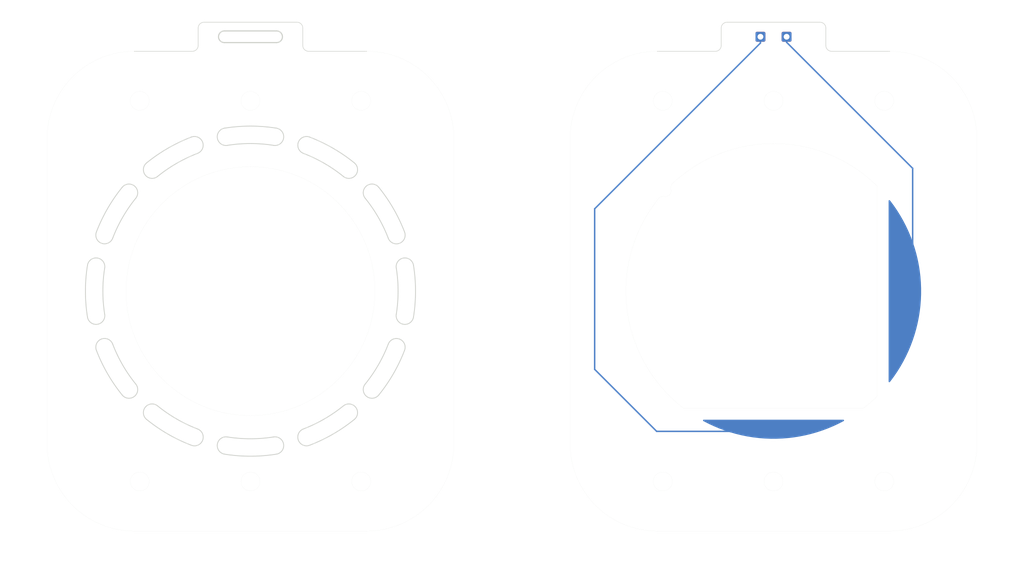
<source format=kicad_pcb>
(kicad_pcb (version 20221018) (generator pcbnew)
  (layers (0 "F.Cu" signal) (31 "B.Cu" signal) (34 "B.Paste" user) (35 "F.Paste" user) (36 "B.SilkS" user "B.Silkscreen") (37 "F.SilkS" user "F.Silkscreen") (38 "B.Mask" user) (39 "F.Mask" user) (44 "Edge.Cuts" user))
  (net 0 "")
  (footprint "" (layer "F.Cu") (at 167.250167 36.225194)
    (fp_text reference "" (at 0 0) (layer "F.SilkS") (effects (font (size 1.27 1.27))))
    (fp_text value "" (at 0 0) (layer "F.SilkS") (effects (font (size 1.27 1.27))))
    (pad "1" thru_hole roundrect (at 0 0) (size 1.7 1.7) (drill 1) (layers "*.Cu" "*.Mask") (roundrect_rratio 0.147059))
  )
  (footprint "" (layer "F.Cu") (at 162.750167 36.225194)
    (fp_text reference "" (at 0 0) (layer "F.SilkS") (effects (font (size 1.27 1.27))))
    (fp_text value "" (at 0 0) (layer "F.SilkS") (effects (font (size 1.27 1.27))))
    (pad "1" thru_hole roundrect (at 0 0) (size 1.7 1.7) (drill 1) (layers "*.Cu" "*.Mask") (roundrect_rratio 0.147059))
  )
  (gr_arc (start 147.34247 62.465493) (mid 147.345487 61.930911) (end 147.623454 61.47427) (stroke (width 0.01)) (layer "Edge.Cuts"))
  (gr_arc (start 55.260498 95.984749) (mid 55.038769 98.09446) (end 52.929062 97.87271) (stroke (width 0.15)) (layer "Edge.Cuts"))
  (gr_line (start 66 37.724987) (end 66 34.724987) (stroke (width 0.1)) (layer "Edge.Cuts"))
  (gr_arc (start 94.739502 64.015251) (mid 94.961231 61.90554) (end 97.070938 62.12729) (stroke (width 0.15)) (layer "Edge.Cuts"))
  (gr_arc (start 79.5 35.224987) (mid 80.5 36.224987) (end 79.5 37.224987) (stroke (width 0.2)) (layer "Edge.Cuts"))
  (gr_arc (start 92.872688 57.929048) (mid 93.09442 60.038743) (end 90.984726 60.260486) (stroke (width 0.15)) (layer "Edge.Cuts"))
  (gr_arc (start 70.5 37.224987) (mid 69.5 36.224987) (end 70.5 35.224987) (stroke (width 0.2)) (layer "Edge.Cuts"))
  (gr_line (start 145.000167 121.275194) (end 185.000167 121.275194) (stroke (width 0.01)) (layer "Edge.Cuts"))
  (gr_arc (start 49.912715 83.973448) (mid 48.665837 85.689646) (end 46.949652 84.442752) (stroke (width 0.15)) (layer "Edge.Cuts"))
  (gr_arc (start 65.897464 103.71295) (mid 66.760297 105.650877) (end 64.822362 106.51369) (stroke (width 0.15)) (layer "Edge.Cuts"))
  (gr_line (start 55 121.274987) (end 95 121.274987) (stroke (width 0.01)) (layer "Edge.Cuts"))
  (gr_arc (start 85.177639 53.486309) (mid 89.199989 55.404872) (end 92.872688 57.929048) (stroke (width 0.15)) (layer "Edge.Cuts"))
  (gr_arc (start 57.127312 102.070952) (mid 56.90558 99.961257) (end 59.015274 99.739514) (stroke (width 0.15)) (layer "Edge.Cuts"))
  (gr_arc (start 48.486322 90.177661) (mid 49.349144 88.239745) (end 51.287064 89.102558) (stroke (width 0.15)) (layer "Edge.Cuts"))
  (gr_arc (start 175.000167 38.725194) (mid 174.29306 38.432301) (end 174.000167 37.725194) (stroke (width 0.1)) (layer "Edge.Cuts"))
  (gr_arc (start 173.000167 33.725194) (mid 173.707274 34.018087) (end 174.000167 34.725194) (stroke (width 0.1)) (layer "Edge.Cuts"))
  (gr_line (start 174.000167 34.725194) (end 174.000167 37.725194) (stroke (width 0.1)) (layer "Edge.Cuts"))
  (gr_arc (start 145.221417 64.064039) (mid 145.655887 63.752551) (end 146.188735 63.709398) (stroke (width 0.01)) (layer "Edge.Cuts"))
  (gr_arc (start 59.015251 60.260499) (mid 62.299988 58.002962) (end 65.897442 56.287064) (stroke (width 0.15)) (layer "Edge.Cuts"))
  (gr_arc (start 65.897465 103.712949) (mid 62.300011 101.997052) (end 59.015274 99.739514) (stroke (width 0.15)) (layer "Edge.Cuts"))
  (gr_arc (start 84.102535 56.287051) (mid 87.699989 58.002948) (end 90.984726 60.260486) (stroke (width 0.15)) (layer "Edge.Cuts"))
  (gr_arc (start 55 121.274987) (mid 44.393399 116.881589) (end 40 106.274987) (stroke (width 0.01)) (layer "Edge.Cuts"))
  (gr_arc (start 51.287051 70.897465) (mid 53.002948 67.300011) (end 55.260486 64.015274) (stroke (width 0.15)) (layer "Edge.Cuts"))
  (gr_arc (start 200.000167 106.275194) (mid 195.606767 116.881792) (end 185.000167 121.275194) (stroke (width 0.01)) (layer "Edge.Cuts"))
  (gr_circle (center 184.050167 112.750194) (end 185.682117 112.750194) (stroke (width 0.01)) (fill none) (layer "Edge.Cuts"))
  (gr_arc (start 147.34247 62.465493) (mid 147.110544 63.407382) (end 146.188735 63.709398) (stroke (width 0.01)) (layer "Edge.Cuts"))
  (gr_arc (start 156.000167 37.725194) (mid 155.707274 38.432301) (end 155.000167 38.725194) (stroke (width 0.1)) (layer "Edge.Cuts"))
  (gr_arc (start 100.087285 76.026552) (mid 101.334163 74.310354) (end 103.050348 75.557248) (stroke (width 0.15)) (layer "Edge.Cuts"))
  (gr_arc (start 156.000167 34.725194) (mid 156.29306 34.018087) (end 157.000167 33.725194) (stroke (width 0.1)) (layer "Edge.Cuts"))
  (gr_arc (start 110 106.274987) (mid 105.606603 116.881589) (end 95 121.274987) (stroke (width 0.01)) (layer "Edge.Cuts"))
  (gr_arc (start 40 53.724987) (mid 44.393398 43.118386) (end 55 38.724987) (stroke (width 0.01)) (layer "Edge.Cuts"))
  (gr_line (start 157.000167 33.725194) (end 173.000167 33.725194) (stroke (width 0.1)) (layer "Edge.Cuts"))
  (gr_arc (start 70.557274 108.050349) (mid 69.310401 106.334166) (end 71.026578 105.087284) (stroke (width 0.15)) (layer "Edge.Cuts"))
  (gr_arc (start 51.28705 70.897464) (mid 49.349123 71.760297) (end 48.48631 69.822362) (stroke (width 0.15)) (layer "Edge.Cuts"))
  (gr_arc (start 149.490597 100.115194) (mid 139.776412 82.987193) (end 145.221417 64.064039) (stroke (width 0.01)) (layer "Edge.Cuts"))
  (gr_arc (start 79.442752 108.050349) (mid 75.000013 108.4) (end 70.557274 108.050349) (stroke (width 0.15)) (layer "Edge.Cuts"))
  (gr_arc (start 52.929048 62.127312) (mid 55.038743 61.90558) (end 55.260486 64.015274) (stroke (width 0.15)) (layer "Edge.Cuts"))
  (gr_arc (start 78.973448 105.087284) (mid 75.000013 105.4) (end 71.026578 105.087284) (stroke (width 0.15)) (layer "Edge.Cuts"))
  (gr_arc (start 57.12729 57.929061) (mid 60.799989 55.404885) (end 64.822339 53.486322) (stroke (width 0.15)) (layer "Edge.Cuts"))
  (gr_arc (start 182.804851 98.115194) (mid 181.687284 99.149609) (end 180.509737 100.115194) (stroke (width 0.01)) (layer "Edge.Cuts"))
  (gr_circle (center 165.000167 47.250194) (end 166.632117 47.250194) (stroke (width 0.01)) (fill none) (layer "Edge.Cuts"))
  (gr_circle (center 75 79.999987) (end 96.41 79.999987) (stroke (width 0.01)) (fill none) (layer "Edge.Cuts"))
  (gr_circle (center 94.05 47.249987) (end 95.68195 47.249987) (stroke (width 0.01)) (fill none) (layer "Edge.Cuts"))
  (gr_arc (start 71.026552 54.912715) (mid 69.310354 53.665837) (end 70.557248 51.949652) (stroke (width 0.15)) (layer "Edge.Cuts"))
  (gr_arc (start 66 37.724987) (mid 65.707107 38.432094) (end 65 38.724987) (stroke (width 0.1)) (layer "Edge.Cuts"))
  (gr_line (start 40 53.724987) (end 40 106.274987) (stroke (width 0.01)) (layer "Edge.Cuts"))
  (gr_arc (start 101.513691 90.177639) (mid 99.595128 94.199989) (end 97.070952 97.872688) (stroke (width 0.15)) (layer "Edge.Cuts"))
  (gr_circle (center 145.950167 47.250194) (end 147.582117 47.250194) (stroke (width 0.01)) (fill none) (layer "Edge.Cuts"))
  (gr_arc (start 48.486309 69.822361) (mid 50.404872 65.800011) (end 52.929048 62.127312) (stroke (width 0.15)) (layer "Edge.Cuts"))
  (gr_line (start 79.5 37.224987) (end 70.5 37.224987) (stroke (width 0.2)) (layer "Edge.Cuts"))
  (gr_arc (start 71.026552 54.912716) (mid 74.999987 54.6) (end 78.973422 54.912716) (stroke (width 0.15)) (layer "Edge.Cuts"))
  (gr_line (start 67 33.724987) (end 83 33.724987) (stroke (width 0.1)) (layer "Edge.Cuts"))
  (gr_line (start 200.000167 106.275194) (end 200.000167 53.725194) (stroke (width 0.01)) (layer "Edge.Cuts"))
  (gr_arc (start 46.949651 75.557274) (mid 48.665834 74.310401) (end 49.912716 76.026578) (stroke (width 0.15)) (layer "Edge.Cuts"))
  (gr_arc (start 79.442726 51.949651) (mid 80.689599 53.665834) (end 78.973422 54.912716) (stroke (width 0.15)) (layer "Edge.Cuts"))
  (gr_arc (start 55.260499 95.984749) (mid 53.002962 92.700012) (end 51.287064 89.102558) (stroke (width 0.15)) (layer "Edge.Cuts"))
  (gr_arc (start 103.050349 84.442726) (mid 101.334166 85.689599) (end 100.087284 83.973422) (stroke (width 0.15)) (layer "Edge.Cuts"))
  (gr_arc (start 90.984749 99.739502) (mid 93.09446 99.961231) (end 92.87271 102.070938) (stroke (width 0.15)) (layer "Edge.Cuts"))
  (gr_line (start 130.000167 53.725194) (end 130.000167 106.275194) (stroke (width 0.01)) (layer "Edge.Cuts"))
  (gr_arc (start 98.71295 89.102536) (mid 100.650877 88.239703) (end 101.51369 90.177638) (stroke (width 0.15)) (layer "Edge.Cuts"))
  (gr_arc (start 145.000167 121.275194) (mid 134.393567 116.881794) (end 130.000167 106.275194) (stroke (width 0.01)) (layer "Edge.Cuts"))
  (gr_line (start 65 38.724987) (end 55 38.724987) (stroke (width 0.1)) (layer "Edge.Cuts"))
  (gr_line (start 182.804851 61.885194) (end 182.804851 98.115194) (stroke (width 0.01)) (layer "Edge.Cuts"))
  (gr_arc (start 97.070952 97.872688) (mid 94.961257 98.09442) (end 94.739514 95.984726) (stroke (width 0.15)) (layer "Edge.Cuts"))
  (gr_arc (start 147.623454 61.47427) (mid 165.296822 54.601925) (end 182.804851 61.885194) (stroke (width 0.01)) (layer "Edge.Cuts"))
  (gr_line (start 84 34.724987) (end 84 37.724987) (stroke (width 0.1)) (layer "Edge.Cuts"))
  (gr_arc (start 46.949651 84.442752) (mid 46.6 80.000013) (end 46.949651 75.557274) (stroke (width 0.15)) (layer "Edge.Cuts"))
  (gr_circle (center 75 47.249987) (end 76.63195 47.249987) (stroke (width 0.01)) (fill none) (layer "Edge.Cuts"))
  (gr_arc (start 85 38.724987) (mid 84.292893 38.432094) (end 84 37.724987) (stroke (width 0.1)) (layer "Edge.Cuts"))
  (gr_circle (center 55.95 112.749987) (end 57.58195 112.749987) (stroke (width 0.01)) (fill none) (layer "Edge.Cuts"))
  (gr_line (start 70.5 35.224987) (end 79.5 35.224987) (stroke (width 0.2)) (layer "Edge.Cuts"))
  (gr_arc (start 103.050349 75.557248) (mid 103.4 79.999987) (end 103.050349 84.442726) (stroke (width 0.15)) (layer "Edge.Cuts"))
  (gr_arc (start 92.87271 102.070939) (mid 89.200011 104.595115) (end 85.177661 106.513678) (stroke (width 0.15)) (layer "Edge.Cuts"))
  (gr_arc (start 100.087284 76.026552) (mid 100.4 79.999987) (end 100.087284 83.973422) (stroke (width 0.15)) (layer "Edge.Cuts"))
  (gr_line (start 180.509737 100.115194) (end 149.490597 100.115194) (stroke (width 0.01)) (layer "Edge.Cuts"))
  (gr_line (start 110 106.274987) (end 110 53.724987) (stroke (width 0.01)) (layer "Edge.Cuts"))
  (gr_arc (start 130.000167 53.725194) (mid 134.393565 43.118593) (end 145.000167 38.725194) (stroke (width 0.01)) (layer "Edge.Cuts"))
  (gr_circle (center 55.95 47.249987) (end 57.58195 47.249987) (stroke (width 0.01)) (fill none) (layer "Edge.Cuts"))
  (gr_arc (start 83 33.724987) (mid 83.707107 34.01788) (end 84 34.724987) (stroke (width 0.1)) (layer "Edge.Cuts"))
  (gr_arc (start 52.929061 97.87271) (mid 50.404885 94.200011) (end 48.486322 90.177661) (stroke (width 0.15)) (layer "Edge.Cuts"))
  (gr_line (start 175.000167 38.725194) (end 185.000167 38.725194) (stroke (width 0.1)) (layer "Edge.Cuts"))
  (gr_arc (start 84.102536 56.28705) (mid 83.239703 54.349123) (end 85.177638 53.48631) (stroke (width 0.15)) (layer "Edge.Cuts"))
  (gr_arc (start 97.070939 62.12729) (mid 99.595115 65.799989) (end 101.513678 69.822339) (stroke (width 0.15)) (layer "Edge.Cuts"))
  (gr_arc (start 185.000167 38.725194) (mid 195.606769 43.118591) (end 200.000167 53.725194) (stroke (width 0.01)) (layer "Edge.Cuts"))
  (gr_line (start 156.000167 37.725194) (end 156.000167 34.725194) (stroke (width 0.1)) (layer "Edge.Cuts"))
  (gr_arc (start 64.822339 53.486322) (mid 66.760255 54.349144) (end 65.897442 56.287064) (stroke (width 0.15)) (layer "Edge.Cuts"))
  (gr_arc (start 95 38.724987) (mid 105.606602 43.118385) (end 110 53.724987) (stroke (width 0.01)) (layer "Edge.Cuts"))
  (gr_circle (center 165.000167 112.750194) (end 166.632117 112.750194) (stroke (width 0.01)) (fill none) (layer "Edge.Cuts"))
  (gr_arc (start 64.822361 106.513691) (mid 60.800011 104.595128) (end 57.127312 102.070952) (stroke (width 0.15)) (layer "Edge.Cuts"))
  (gr_arc (start 59.015251 60.260498) (mid 56.90554 60.038769) (end 57.12729 57.929062) (stroke (width 0.15)) (layer "Edge.Cuts"))
  (gr_arc (start 78.973448 105.087285) (mid 80.689646 106.334163) (end 79.442752 108.050348) (stroke (width 0.15)) (layer "Edge.Cuts"))
  (gr_arc (start 49.912716 83.973448) (mid 49.6 80.000013) (end 49.912716 76.026578) (stroke (width 0.15)) (layer "Edge.Cuts"))
  (gr_circle (center 94.05 112.749987) (end 95.68195 112.749987) (stroke (width 0.01)) (fill none) (layer "Edge.Cuts"))
  (gr_arc (start 66 34.724987) (mid 66.292893 34.01788) (end 67 33.724987) (stroke (width 0.1)) (layer "Edge.Cuts"))
  (gr_arc (start 98.712949 89.102535) (mid 96.997052 92.699989) (end 94.739514 95.984726) (stroke (width 0.15)) (layer "Edge.Cuts"))
  (gr_circle (center 75 112.749987) (end 76.63195 112.749987) (stroke (width 0.01)) (fill none) (layer "Edge.Cuts"))
  (gr_arc (start 85.177661 106.513678) (mid 83.239745 105.650856) (end 84.102558 103.712936) (stroke (width 0.15)) (layer "Edge.Cuts"))
  (gr_line (start 155.000167 38.725194) (end 145.000167 38.725194) (stroke (width 0.1)) (layer "Edge.Cuts"))
  (gr_line (start 85 38.724987) (end 95 38.724987) (stroke (width 0.1)) (layer "Edge.Cuts"))
  (gr_arc (start 70.557248 51.949651) (mid 74.999987 51.6) (end 79.442726 51.949651) (stroke (width 0.15)) (layer "Edge.Cuts"))
  (gr_arc (start 90.984749 99.739501) (mid 87.700012 101.997038) (end 84.102558 103.712936) (stroke (width 0.15)) (layer "Edge.Cuts"))
  (gr_circle (center 184.050167 47.250194) (end 185.682117 47.250194) (stroke (width 0.01)) (fill none) (layer "Edge.Cuts"))
  (gr_circle (center 145.950167 112.750194) (end 147.582117 112.750194) (stroke (width 0.01)) (fill none) (layer "Edge.Cuts"))
  (gr_arc (start 94.739501 64.015251) (mid 96.997038 67.299988) (end 98.712936 70.897442) (stroke (width 0.15)) (layer "Edge.Cuts"))
  (gr_arc (start 101.513678 69.822339) (mid 100.650856 71.760255) (end 98.712936 70.897442) (stroke (width 0.15)) (layer "Edge.Cuts"))
  (segment (start 162.750167 37.302833) (end 134.221 65.832) (width 0.25) (layer "B.Cu") (net 0))
  (segment (start 162.750167 36.225194) (end 162.750167 37.302833) (width 0.25) (layer "B.Cu") (net 0))
  (segment (start 188.939 58.864) (end 188.939 76.082) (width 0.25) (layer "B.Cu") (net 0))
  (segment (start 167.250167 37.175167) (end 188.939 58.864) (width 0.25) (layer "B.Cu") (net 0))
  (segment (start 167.250167 36.225194) (end 167.250167 37.175167) (width 0.25) (layer "B.Cu") (net 0))
  (segment (start 134.221 65.832) (end 134.221 93.451) (width 0.25) (layer "B.Cu") (net 0))
  (segment (start 144.896 104.126) (end 158.56 104.126) (width 0.25) (layer "B.Cu") (net 0))
  (segment (start 134.221 93.451) (end 144.896 104.126) (width 0.25) (layer "B.Cu") (net 0))
  (zone (net 0) (net_name "") (layer "B.Cu") (connect_pads (clearance 0.5)) (min_thickness 0.25) (fill yes (thermal_gap 0.5) (thermal_bridge_width 0.5) (island_removal_mode 1) (island_area_min 10))
    (polygon (pts (arc (start 152.506698 102.115193) (mid 165.000145 105.400086) (end 177.493555 102.11505))))
  )
  (zone (net 0) (net_name "") (layer "B.Cu") (connect_pads (clearance 0.5)) (min_thickness 0.25) (fill yes (thermal_gap 0.5) (thermal_bridge_width 0.5) (island_removal_mode 1) (island_area_min 10))
    (polygon (pts (xy 184.804661 95.903956) (xy 185.119221 95.508285) (xy 185.720344 94.695487) (xy 186.28865 93.859414) (xy 186.82324 93.001391) (xy 187.323267 92.122777) (xy 187.787939 91.224964) (xy 188.21652 90.309372) (xy 188.608332 89.377453) (xy 188.962754 88.430682) (xy 189.279224 87.470559) (xy 189.557242 86.498605) (xy 189.796366 85.516358) (xy 189.996219 84.525374) (xy 190.156484 83.527224) (xy 190.276906 82.523487) (xy 190.357296 81.515753) (xy 190.397526 80.505619) (xy 190.397532 79.494684) (xy 190.357314 78.484549) (xy 190.276936 77.476815) (xy 190.156526 76.473076) (xy 189.996273 75.474924) (xy 189.796432 74.483938) (xy 189.557319 73.501688) (xy 189.279313 72.52973) (xy 188.962854 71.569603) (xy 188.608444 70.622828) (xy 188.216643 69.690905) (xy 187.788073 68.775308) (xy 187.323412 67.877489) (xy 186.823395 66.998869) (xy 186.288815 66.14084) (xy 185.720519 65.30476) (xy 185.119406 64.491955) (xy 184.804851 64.09628)))
  )
)
</source>
